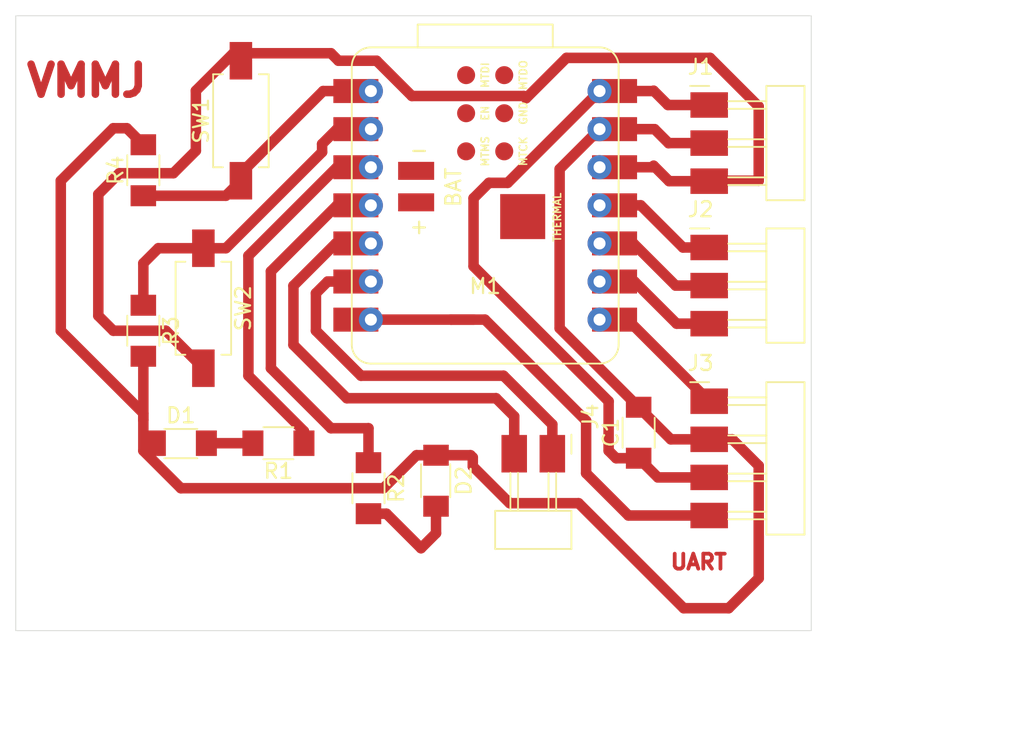
<source format=kicad_pcb>
(kicad_pcb (version 20240108) (generator "pcbnew") (generator_version "8.0")
  (layers (0 "F.Cu" signal) (31 "B.Cu" signal) (34 "B.Paste" user) (35 "F.Paste" user) (36 "B.SilkS" user "B.Silkscreen") (37 "F.SilkS" user "F.Silkscreen") (38 "B.Mask" user) (39 "F.Mask" user) (44 "Edge.Cuts" user))
  (net 0 "")
  (net 1 "Net-(D2-A)")
  (net 3 "led2")
  (net 4 "led1")
  (net 13 "btn_2")
  (net 14 "btn_1")
  (net 15 "PWR_GND")
  (net 16 "PWR_3V3")
  (net 17 "PWR_5V")
  (net 18 "TX")
  (net 19 "RX")
  (net 20 "D8")
  (net 21 "D5")
  (net 22 "D9")
  (net 23 "D10")
  (net 24 "D4")
  (net 25 "Net-(D1-A)")
  (footprint "fab:R_1206" (layer "F.Cu") (at 131 122.5 -90)
    (property "Reference" "R2" (at 0 -1.85 90) (layer "F.SilkS"))
    (property "Value" "R_1206")
    (fp_line (start 1 1.07) (end -1 1.07) (stroke (width 0.12)) (layer "F.SilkS"))
    (fp_line (start -1 -1.07) (end 1 -1.07) (stroke (width 0.12)) (layer "F.SilkS"))
    (pad "1" smd rect (at -1.7 0 270) (size 1.4 1.7) (layers "F.Cu" "F.Paste" "F.Mask") (net 3 "led2"))
    (pad "2" smd rect (at 1.7 0 270) (size 1.4 1.7) (layers "F.Cu" "F.Paste" "F.Mask") (net 1 "Net-(D2-A)"))
  )
  (footprint "fab:C_1206" (layer "F.Cu") (at 149 118.8 90)
    (property "Reference" "C1" (at 0 -1.85 -90) (layer "F.SilkS"))
    (property "Value" "C_1206")
    (fp_line (start -1 -1.07) (end 1 -1.07) (stroke (width 0.12)) (layer "F.SilkS"))
    (fp_line (start 1 1.07) (end -1 1.07) (stroke (width 0.12)) (layer "F.SilkS"))
    (pad "1" smd rect (at -1.7 0 90) (size 1.4 1.7) (layers "F.Cu" "F.Paste" "F.Mask") (net 17 "PWR_5V"))
    (pad "2" smd rect (at 1.7 0 90) (size 1.4 1.7) (layers "F.Cu" "F.Paste" "F.Mask") (net 15 "PWR_GND"))
  )
  (footprint "fab:Button_CnK_PTS636.0_6x3.5mm" (layer "F.Cu") (at 122.5 98 90)
    (property "Reference" "SW1" (at 0 -2.65 -90) (layer "F.SilkS"))
    (property "Value" "Switch_Tactile_CnK")
    (fp_line (start 3.1 -1.85) (end -3.1 -1.85) (stroke (width 0.12)) (layer "F.SilkS"))
    (fp_line (start 3.1 -1.85) (end 3.1 -1.2) (stroke (width 0.12)) (layer "F.SilkS"))
    (fp_line (start -3.1 -1.85) (end -3.1 -1.2) (stroke (width 0.12)) (layer "F.SilkS"))
    (fp_line (start -3.1 1.2) (end -3.1 1.85) (stroke (width 0.12)) (layer "F.SilkS"))
    (fp_line (start 3.1 1.85) (end 3.1 1.2) (stroke (width 0.12)) (layer "F.SilkS"))
    (fp_line (start -3.1 1.85) (end 3.1 1.85) (stroke (width 0.12)) (layer "F.SilkS"))
    (pad "1" smd rect (at -4 0 90) (size 2.5 1.5) (layers "F.Cu" "F.Paste" "F.Mask") (net 14 "btn_1"))
    (pad "2" smd rect (at 4 0 90) (size 2.5 1.5) (layers "F.Cu" "F.Paste" "F.Mask") (net 16 "PWR_3V3"))
  )
  (footprint "fab:PinHeader_1x04_P2.54mm_Horizontal_SMD" (layer "F.Cu") (at 153.7 116.7)
    (property "Reference" "J3" (at -1.524 -2.54 180) (layer "F.SilkS") (effects (justify left)))
    (property "Value" "Conn_PinHeader_1x04_P2.54mm_Horizontal_SMD")
    (fp_line (start -1.27 -1.27) (end 0 -1.27) (stroke (width 0.12)) (layer "F.SilkS"))
    (fp_line (start 3.81 -1.27) (end 6.35 -1.27) (stroke (width 0.12)) (layer "F.SilkS"))
    (fp_line (start 3.81 -0.254) (end 1.27 -0.254) (stroke (width 0.12)) (layer "F.SilkS"))
    (fp_line (start 3.81 0.254) (end 1.27 0.254) (stroke (width 0.12)) (layer "F.SilkS"))
    (fp_line (start 3.81 2.286) (end 1.27 2.286) (stroke (width 0.12)) (layer "F.SilkS"))
    (fp_line (start 3.81 2.794) (end 1.27 2.794) (stroke (width 0.12)) (layer "F.SilkS"))
    (fp_line (start 3.81 4.826) (end 1.27 4.826) (stroke (width 0.12)) (layer "F.SilkS"))
    (fp_line (start 3.81 5.334) (end 1.27 5.334) (stroke (width 0.12)) (layer "F.SilkS"))
    (fp_line (start 3.81 7.366) (end 1.27 7.366) (stroke (width 0.12)) (layer "F.SilkS"))
    (fp_line (start 3.81 7.874) (end 1.27 7.874) (stroke (width 0.12)) (layer "F.SilkS"))
    (fp_line (start 3.81 8.89) (end 3.81 -1.27) (stroke (width 0.12)) (layer "F.SilkS"))
    (fp_line (start 6.35 -1.27) (end 6.35 8.89) (stroke (width 0.12)) (layer "F.SilkS"))
    (fp_line (start 6.35 8.89) (end 3.81 8.89) (stroke (width 0.12)) (layer "F.SilkS"))
    (pad "1" smd rect (at 0 0) (size 2.5 1.7) (layers "F.Cu" "F.Paste" "F.Mask") (net 19 "RX"))
    (pad "2" smd rect (at 0 2.54) (size 2.5 1.7) (layers "F.Cu" "F.Paste" "F.Mask") (net 15 "PWR_GND"))
    (pad "3" smd rect (at 0 5.08) (size 2.5 1.7) (layers "F.Cu" "F.Paste" "F.Mask") (net 17 "PWR_5V"))
    (pad "4" smd rect (at 0 7.62) (size 2.5 1.7) (layers "F.Cu" "F.Paste" "F.Mask") (net 18 "TX"))
  )
  (footprint "fab:Button_CnK_PTS636.0_6x3.5mm" (layer "F.Cu") (at 120 110.5 -90)
    (property "Reference" "SW2" (at 0 -2.65 90) (layer "F.SilkS"))
    (property "Value" "Switch_Tactile_CnK")
    (fp_line (start -3.1 1.85) (end 3.1 1.85) (stroke (width 0.12)) (layer "F.SilkS"))
    (fp_line (start 3.1 1.85) (end 3.1 1.2) (stroke (width 0.12)) (layer "F.SilkS"))
    (fp_line (start -3.1 1.2) (end -3.1 1.85) (stroke (width 0.12)) (layer "F.SilkS"))
    (fp_line (start -3.1 -1.85) (end -3.1 -1.2) (stroke (width 0.12)) (layer "F.SilkS"))
    (fp_line (start 3.1 -1.85) (end 3.1 -1.2) (stroke (width 0.12)) (layer "F.SilkS"))
    (fp_line (start 3.1 -1.85) (end -3.1 -1.85) (stroke (width 0.12)) (layer "F.SilkS"))
    (pad "1" smd rect (at -4 0 270) (size 2.5 1.5) (layers "F.Cu" "F.Paste" "F.Mask") (net 13 "btn_2"))
    (pad "2" smd rect (at 4 0 270) (size 2.5 1.5) (layers "F.Cu" "F.Paste" "F.Mask") (net 16 "PWR_3V3"))
  )
  (footprint "fab:R_1206" (layer "F.Cu") (at 116 112 -90)
    (property "Reference" "R3" (at 0 -1.85 90) (layer "F.SilkS"))
    (property "Value" "R_1206")
    (fp_line (start 1 1.07) (end -1 1.07) (stroke (width 0.12)) (layer "F.SilkS"))
    (fp_line (start -1 -1.07) (end 1 -1.07) (stroke (width 0.12)) (layer "F.SilkS"))
    (pad "1" smd rect (at -1.7 0 270) (size 1.4 1.7) (layers "F.Cu" "F.Paste" "F.Mask") (net 13 "btn_2"))
    (pad "2" smd rect (at 1.7 0 270) (size 1.4 1.7) (layers "F.Cu" "F.Paste" "F.Mask") (net 15 "PWR_GND"))
  )
  (footprint "fab:LED_1206" (layer "F.Cu") (at 135.5 122 -90)
    (property "Reference" "D2" (at 0 -1.85 90) (layer "F.SilkS"))
    (property "Value" "LED_1206")
    (fp_line (start -1.1 1) (end 1.1 1) (stroke (width 0.12)) (layer "F.SilkS"))
    (fp_line (start -1.1 -0.95) (end 1.1 -0.95) (stroke (width 0.12)) (layer "F.SilkS"))
    (pad "1" smd rect (at -1.7 0 270) (size 1.4 1.7) (layers "F.Cu" "F.Paste" "F.Mask") (net 15 "PWR_GND"))
    (pad "2" smd rect (at 1.7 0 270) (size 1.4 1.7) (layers "F.Cu" "F.Paste" "F.Mask") (net 1 "Net-(D2-A)"))
  )
  (footprint "fab:PinHeader_1x02_P2.54mm_Horizontal_SMD" (layer "F.Cu") (at 143.25 120.2 -90)
    (property "Reference" "J4" (at -1.524 -2.54 90) (layer "F.SilkS") (effects (justify left)))
    (property "Value" "Conn_PinHeader_1x02_P2.54mm_Horizontal_SMD")
    (fp_line (start 3.81 3.81) (end 3.81 -1.27) (stroke (width 0.12)) (layer "F.SilkS"))
    (fp_line (start 6.35 3.81) (end 3.81 3.81) (stroke (width 0.12)) (layer "F.SilkS"))
    (fp_line (start 3.81 2.794) (end 1.27 2.794) (stroke (width 0.12)) (layer "F.SilkS"))
    (fp_line (start 3.81 2.286) (end 1.27 2.286) (stroke (width 0.12)) (layer "F.SilkS"))
    (fp_line (start 3.81 0.254) (end 1.27 0.254) (stroke (width 0.12)) (layer "F.SilkS"))
    (fp_line (start 3.81 -0.254) (end 1.27 -0.254) (stroke (width 0.12)) (layer "F.SilkS"))
    (fp_line (start -1.27 -1.27) (end 0 -1.27) (stroke (width 0.12)) (layer "F.SilkS"))
    (fp_line (start 3.81 -1.27) (end 6.35 -1.27) (stroke (width 0.12)) (layer "F.SilkS"))
    (fp_line (start 6.35 -1.27) (end 6.35 3.81) (stroke (width 0.12)) (layer "F.SilkS"))
    (pad "1" smd rect (at 0 0 270) (size 2.5 1.7) (layers "F.Cu" "F.Paste" "F.Mask") (net 21 "D5"))
    (pad "2" smd rect (at 0 2.54 270) (size 2.5 1.7) (layers "F.Cu" "F.Paste" "F.Mask") (net 24 "D4"))
  )
  (footprint "fab:LED_1206" (layer "F.Cu") (at 118.5 119.5)
    (property "Reference" "D1" (at 0 -1.85 0) (layer "F.SilkS"))
    (property "Value" "LED_1206")
    (fp_line (start -1.1 -0.95) (end 1.1 -0.95) (stroke (width 0.12)) (layer "F.SilkS"))
    (fp_line (start -1.1 1) (end 1.1 1) (stroke (width 0.12)) (layer "F.SilkS"))
    (pad "1" smd rect (at -1.7 0) (size 1.4 1.7) (layers "F.Cu" "F.Paste" "F.Mask") (net 15 "PWR_GND"))
    (pad "2" smd rect (at 1.7 0) (size 1.4 1.7) (layers "F.Cu" "F.Paste" "F.Mask") (net 25 "Net-(D1-A)"))
  )
  (footprint "fab:PinHeader_1x03_P2.54mm_Horizontal_SMD" (layer "F.Cu") (at 153.7 106.45)
    (property "Reference" "J2" (at -1.524 -2.54 180) (layer "F.SilkS") (effects (justify left)))
    (property "Value" "Conn_PinHeader_1x03_P2.54mm_Horizontal_SMD")
    (fp_line (start -1.27 -1.27) (end 0 -1.27) (stroke (width 0.12)) (layer "F.SilkS"))
    (fp_line (start 3.81 -1.27) (end 6.35 -1.27) (stroke (width 0.12)) (layer "F.SilkS"))
    (fp_line (start 3.81 -0.254) (end 1.27 -0.254) (stroke (width 0.12)) (layer "F.SilkS"))
    (fp_line (start 3.81 0.254) (end 1.27 0.254) (stroke (width 0.12)) (layer "F.SilkS"))
    (fp_line (start 3.81 2.286) (end 1.27 2.286) (stroke (width 0.12)) (layer "F.SilkS"))
    (fp_line (start 3.81 2.794) (end 1.27 2.794) (stroke (width 0.12)) (layer "F.SilkS"))
    (fp_line (start 3.81 4.826) (end 1.27 4.826) (stroke (width 0.12)) (layer "F.SilkS"))
    (fp_line (start 3.81 5.334) (end 1.27 5.334) (stroke (width 0.12)) (layer "F.SilkS"))
    (fp_line (start 3.81 6.35) (end 3.81 -1.27) (stroke (width 0.12)) (layer "F.SilkS"))
    (fp_line (start 6.35 -1.27) (end 6.35 6.35) (stroke (width 0.12)) (layer "F.SilkS"))
    (fp_line (start 6.35 6.35) (end 3.81 6.35) (stroke (width 0.12)) (layer "F.SilkS"))
    (pad "1" smd rect (at 0 0) (size 2.5 1.7) (layers "F.Cu" "F.Paste" "F.Mask") (net 23 "D10"))
    (pad "2" smd rect (at 0 2.54) (size 2.5 1.7) (layers "F.Cu" "F.Paste" "F.Mask") (net 22 "D9"))
    (pad "3" smd rect (at 0 5.08) (size 2.5 1.7) (layers "F.Cu" "F.Paste" "F.Mask") (net 20 "D8"))
  )
  (footprint "fab:R_1206" (layer "F.Cu") (at 125 119.5 180)
    (property "Reference" "R1" (at 0 -1.85 180) (layer "F.SilkS"))
    (property "Value" "R_1206")
    (fp_line (start 1 1.07) (end -1 1.07) (stroke (width 0.12)) (layer "F.SilkS"))
    (fp_line (start -1 -1.07) (end 1 -1.07) (stroke (width 0.12)) (layer "F.SilkS"))
    (pad "1" smd rect (at -1.7 0 180) (size 1.4 1.7) (layers "F.Cu" "F.Paste" "F.Mask") (net 4 "led1"))
    (pad "2" smd rect (at 1.7 0 180) (size 1.4 1.7) (layers "F.Cu" "F.Paste" "F.Mask") (net 25 "Net-(D1-A)"))
  )
  (footprint "fab:R_1206" (layer "F.Cu") (at 116 101.3 90)
    (property "Reference" "R4" (at 0 -1.85 -90) (layer "F.SilkS"))
    (property "Value" "R_1206")
    (fp_line (start -1 -1.07) (end 1 -1.07) (stroke (width 0.12)) (layer "F.SilkS"))
    (fp_line (start 1 1.07) (end -1 1.07) (stroke (width 0.12)) (layer "F.SilkS"))
    (pad "1" smd rect (at -1.7 0 90) (size 1.4 1.7) (layers "F.Cu" "F.Paste" "F.Mask") (net 14 "btn_1"))
    (pad "2" smd rect (at 1.7 0 90) (size 1.4 1.7) (layers "F.Cu" "F.Paste" "F.Mask") (net 15 "PWR_GND"))
  )
  (footprint "fab:SeeedStudio_XIAO_ESP32C3" (layer "F.Cu") (at 138.775 103.64)
    (property "Reference" "M1" (at 0 5.39 0) (layer "F.SilkS"))
    (property "Value" "Module_XIAO-ESP32C3")
    (fp_line (start -8.8875 9.281) (end -8.8875 -9.261) (stroke (width 0.12)) (layer "F.SilkS"))
    (fp_line (start -7.6175 -10.531) (end 7.6225 -10.531) (stroke (width 0.12)) (layer "F.SilkS"))
    (fp_line (start 7.6225 10.551) (end -7.6175 10.551) (stroke (width 0.12)) (layer "F.SilkS"))
    (fp_line (start 8.8925 -9.261) (end 8.8925 9.281) (stroke (width 0.12)) (layer "F.SilkS"))
    (fp_rect (start -4.4975 -10.531) (end 4.5025 -12.055) (stroke (width 0.12)) (fill none) (layer "F.SilkS"))
    (fp_arc (start -8.8875 -9.261) (mid -8.515526 -10.159026) (end -7.6175 -10.531) (stroke (width 0.12)) (layer "F.SilkS"))
    (fp_arc (start -7.6175 10.551) (mid -8.515526 10.179026) (end -8.8875 9.281) (stroke (width 0.12)) (layer "F.SilkS"))
    (fp_arc (start 7.6225 -10.531) (mid 8.520526 -10.159026) (end 8.8925 -9.261) (stroke (width 0.12)) (layer "F.SilkS"))
    (fp_arc (start 8.8925 9.281) (mid 8.520526 10.179026) (end 7.6225 10.551) (stroke (width 0.12)) (layer "F.SilkS"))
    (fp_text user "MTDI" (at 0 -8.68 90) (layer "F.SilkS") (effects (font (size 0.5 0.5) (thickness 0.1) (bold yes))))
    (fp_text user "MTDO" (at 2.54 -8.68 90) (layer "F.SilkS") (effects (font (size 0.5 0.5) (thickness 0.1) (bold yes))))
    (fp_text user "MTMS" (at 0 -3.6 90) (layer "F.SilkS") (effects (font (size 0.5 0.5) (thickness 0.1) (bold yes))))
    (fp_text user "+" (at -4.4 1.4 0) (layer "F.SilkS"))
    (fp_text user "-" (at -4.4 -3.7 0) (layer "F.SilkS"))
    (fp_text user "THERMAL" (at 4.8 0.8 90) (layer "F.SilkS") (effects (font (size 0.5 0.5) (thickness 0.1) (bold yes))))
    (fp_text user "MTCK" (at 2.54 -3.6 90) (layer "F.SilkS") (effects (font (size 0.5 0.5) (thickness 0.1) (bold yes))))
    (fp_text user "BAT" (at -2.7 -1.2 90) (layer "F.SilkS") (effects (justify top)))
    (fp_text user "EN" (at 0 -6.14 90) (layer "F.SilkS") (effects (font (size 0.5 0.5) (thickness 0.1) (bold yes))))
    (fp_text user "GND" (at 2.54 -6.14 90) (layer "F.SilkS") (effects (font (size 0.5 0.5) (thickness 0.1) (bold yes))))
    (pad "1" thru_hole circle (at -7.615 -7.62) (size 1.6 1.6) (drill 0.8) (layers "*.Cu" "*.Mask") (net 14 "btn_1"))
    (pad "1" smd rect (at -7.615 -7.62) (size 3 1.6) (drill (offset -1 0)) (layers "F.Cu" "F.Paste" "F.Mask") (net 14 "btn_1"))
    (pad "2" thru_hole circle (at -7.615 -5.08) (size 1.6 1.6) (drill 0.8) (layers "*.Cu" "*.Mask") (net 13 "btn_2"))
    (pad "2" smd rect (at -7.615 -5.08) (size 3 1.6) (drill (offset -1 0)) (layers "F.Cu" "F.Paste" "F.Mask") (net 13 "btn_2"))
    (pad "3" thru_hole circle (at -7.615 -2.54) (size 1.6 1.6) (drill 0.8) (layers "*.Cu" "*.Mask") (net 4 "led1"))
    (pad "3" smd rect (at -7.615 -2.54) (size 3 1.6) (drill (offset -1 0)) (layers "F.Cu" "F.Paste" "F.Mask") (net 4 "led1"))
    (pad "4" thru_hole circle (at -7.615 0) (size 1.6 1.6) (drill 0.8) (layers "*.Cu" "*.Mask") (net 3 "led2"))
    (pad "4" smd rect (at -7.615 0) (size 3 1.6) (drill (offset -1 0)) (layers "F.Cu" "F.Paste" "F.Mask") (net 3 "led2"))
    (pad "5" thru_hole circle (at -7.615 2.54) (size 1.6 1.6) (drill 0.8) (layers "*.Cu" "*.Mask") (net 24 "D4"))
    (pad "5" smd rect (at -7.615 2.54) (size 3 1.6) (drill (offset -1 0)) (layers "F.Cu" "F.Paste" "F.Mask") (net 24 "D4"))
    (pad "6" thru_hole circle (at -7.615 5.08) (size 1.6 1.6) (drill 0.8) (layers "*.Cu" "*.Mask") (net 21 "D5"))
    (pad "6" smd rect (at -7.615 5.08) (size 3 1.6) (drill (offset -1 0)) (layers "F.Cu" "F.Paste" "F.Mask") (net 21 "D5"))
    (pad "7" thru_hole circle (at -7.615 7.62) (size 1.6 1.6) (drill 0.8) (layers "*.Cu" "*.Mask") (net 18 "TX"))
    (pad "7" smd rect (at -7.615 7.62) (size 3 1.6) (drill (offset -1 0)) (layers "F.Cu" "F.Paste" "F.Mask") (net 18 "TX"))
    (pad "8" thru_hole circle (at 7.62 7.62) (size 1.6 1.6) (drill 0.8) (layers "*.Cu" "*.Mask") (net 19 "RX"))
    (pad "8" smd rect (at 7.62 7.62) (size 3 1.6) (drill (offset 1 0)) (layers "F.Cu" "F.Paste" "F.Mask") (net 19 "RX"))
    (pad "9" thru_hole circle (at 7.62 5.08) (size 1.6 1.6) (drill 0.8) (layers "*.Cu" "*.Mask") (net 20 "D8"))
    (pad "9" smd rect (at 7.62 5.08) (size 3 1.6) (drill (offset 1 0)) (layers "F.Cu" "F.Paste" "F.Mask") (net 20 "D8"))
    (pad "10" thru_hole circle (at 7.62 2.54) (size 1.6 1.6) (drill 0.8) (layers "*.Cu" "*.Mask") (net 22 "D9"))
    (pad "10" smd rect (at 7.62 2.54) (size 3 1.6) (drill (offset 1 0)) (layers "F.Cu" "F.Paste" "F.Mask") (net 22 "D9"))
    (pad "11" thru_hole circle (at 7.62 0) (size 1.6 1.6) (drill 0.8) (layers "*.Cu" "*.Mask") (net 23 "D10"))
    (pad "11" smd rect (at 7.62 0) (size 3 1.6) (drill (offset 1 0)) (layers "F.Cu" "F.Paste" "F.Mask") (net 23 "D10"))
    (pad "12" thru_hole circle (at 7.62 -2.54) (size 1.6 1.6) (drill 0.8) (layers "*.Cu" "*.Mask") (net 16 "PWR_3V3"))
    (pad "12" smd rect (at 7.62 -2.54) (size 3 1.6) (drill (offset 1 0)) (layers "F.Cu" "F.Paste" "F.Mask") (net 16 "PWR_3V3"))
    (pad "13" thru_hole circle (at 7.62 -5.08) (size 1.6 1.6) (drill 0.8) (layers "*.Cu" "*.Mask") (net 15 "PWR_GND"))
    (pad "13" smd rect (at 7.62 -5.08) (size 3 1.6) (drill (offset 1 0)) (layers "F.Cu" "F.Paste" "F.Mask") (net 15 "PWR_GND"))
    (pad "14" thru_hole circle (at 7.62 -7.62) (size 1.6 1.6) (drill 0.8) (layers "*.Cu" "*.Mask") (net 17 "PWR_5V"))
    (pad "14" smd rect (at 7.62 -7.62) (size 3 1.6) (drill (offset 1 0)) (layers "F.Cu" "F.Paste" "F.Mask") (net 17 "PWR_5V"))
    (pad "15" smd rect (at -4.6 -2.3) (size 2.4 1.2) (layers "F.Cu" "F.Paste" "F.Mask"))
    (pad "16" smd rect (at -4.6 -0.2) (size 2.4 1.2) (layers "F.Cu" "F.Paste" "F.Mask"))
    (pad "17" smd circle (at -1.27 -8.68) (size 1.2 1.2) (layers "F.Cu" "F.Paste" "F.Mask"))
    (pad "18" smd circle (at -1.27 -6.14) (size 1.2 1.2) (layers "F.Cu" "F.Paste" "F.Mask"))
    (pad "19" smd circle (at -1.27 -3.6) (size 1.2 1.2) (layers "F.Cu" "F.Paste" "F.Mask"))
    (pad "20" smd circle (at 1.27 -3.6) (size 1.2 1.2) (layers "F.Cu" "F.Paste" "F.Mask"))
    (pad "21" smd circle (at 1.27 -6.14) (size 1.2 1.2) (layers "F.Cu" "F.Paste" "F.Mask"))
    (pad "22" smd circle (at 1.27 -8.68) (size 1.2 1.2) (layers "F.Cu" "F.Paste" "F.Mask"))
    (pad "23" smd rect (at 2.5 0.75) (size 3 3) (layers "F.Cu" "F.Paste" "F.Mask"))
  )
  (footprint "fab:PinHeader_1x03_P2.54mm_Horizontal_SMD" (layer "F.Cu") (at 153.7 96.95)
    (property "Reference" "J1" (at -1.524 -2.54 180) (layer "F.SilkS") (effects (justify left)))
    (property "Value" "Conn_PinHeader_1x03_P2.54mm_Horizontal_SMD")
    (fp_line (start -1.27 -1.27) (end 0 -1.27) (stroke (width 0.12)) (layer "F.SilkS"))
    (fp_line (start 3.81 -1.27) (end 6.35 -1.27) (stroke (width 0.12)) (layer "F.SilkS"))
    (fp_line (start 3.81 -0.254) (end 1.27 -0.254) (stroke (width 0.12)) (layer "F.SilkS"))
    (fp_line (start 3.81 0.254) (end 1.27 0.254) (stroke (width 0.12)) (layer "F.SilkS"))
    (fp_line (start 3.81 2.286) (end 1.27 2.286) (stroke (width 0.12)) (layer "F.SilkS"))
    (fp_line (start 3.81 2.794) (end 1.27 2.794) (stroke (width 0.12)) (layer "F.SilkS"))
    (fp_line (start 3.81 4.826) (end 1.27 4.826) (stroke (width 0.12)) (layer "F.SilkS"))
    (fp_line (start 3.81 5.334) (end 1.27 5.334) (stroke (width 0.12)) (layer "F.SilkS"))
    (fp_line (start 3.81 6.35) (end 3.81 -1.27) (stroke (width 0.12)) (layer "F.SilkS"))
    (fp_line (start 6.35 -1.27) (end 6.35 6.35) (stroke (width 0.12)) (layer "F.SilkS"))
    (fp_line (start 6.35 6.35) (end 3.81 6.35) (stroke (width 0.12)) (layer "F.SilkS"))
    (pad "1" smd rect (at 0 0) (size 2.5 1.7) (layers "F.Cu" "F.Paste" "F.Mask") (net 17 "PWR_5V"))
    (pad "2" smd rect (at 0 2.54) (size 2.5 1.7) (layers "F.Cu" "F.Paste" "F.Mask") (net 15 "PWR_GND"))
    (pad "3" smd rect (at 0 5.08) (size 2.5 1.7) (layers "F.Cu" "F.Paste" "F.Mask") (net 16 "PWR_3V3"))
  )
  (gr_rect (start 107.5 91) (end 160.5 132) (stroke (width 0.05)) (fill none) (layer "Edge.Cuts"))
  (gr_text "VMMJ" (at 108 96.5 0) (layer "F.Cu") (effects (font (size 2 2) (thickness 0.5) (bold yes)) (justify left bottom)))
  (gr_text "UART" (at 151 128 0) (layer "F.Cu") (effects (font (size 1 1) (thickness 0.25) (bold yes)) (justify left bottom)))
  (segment (start 132.2 124.2) (end 131 124.2) (width 0.7) (layer "F.Cu") (net 1))
  (segment (start 135.5 125.5) (end 134.5 126.5) (width 0.7) (layer "F.Cu") (net 1))
  (segment (start 135.5 123.7) (end 135.5 125.5) (width 0.7) (layer "F.Cu") (net 1))
  (segment (start 134.5 126.5) (end 132.2 124.2) (width 0.7) (layer "F.Cu") (net 1))
  (segment (start 124.5 108.04) (end 124.5 114.5) (width 0.7) (layer "F.Cu") (net 3))
  (segment (start 128.9 103.64) (end 124.5 108.04) (width 0.7) (layer "F.Cu") (net 3))
  (segment (start 128.5 118.5) (end 131 118.5) (width 0.7) (layer "F.Cu") (net 3))
  (segment (start 131.16 103.64) (end 128.9 103.64) (width 0.7) (layer "F.Cu") (net 3))
  (segment (start 124.5 114.5) (end 128.5 118.5) (width 0.7) (layer "F.Cu") (net 3))
  (segment (start 131 118.5) (end 131 120.8) (width 0.7) (layer "F.Cu") (net 3))
  (segment (start 128.9 101.1) (end 131.16 101.1) (width 0.7) (layer "F.Cu") (net 4))
  (segment (start 123 107) (end 128.9 101.1) (width 0.7) (layer "F.Cu") (net 4))
  (segment (start 126.7 118.7) (end 123 115) (width 0.7) (layer "F.Cu") (net 4))
  (segment (start 126.7 119.5) (end 126.7 118.7) (width 0.7) (layer "F.Cu") (net 4))
  (segment (start 123 115) (end 123 107) (width 0.7) (layer "F.Cu") (net 4))
  (segment (start 120 106.5) (end 117 106.5) (width 0.7) (layer "F.Cu") (net 13))
  (segment (start 127.91 100.09) (end 121.5 106.5) (width 0.7) (layer "F.Cu") (net 13))
  (segment (start 116 107.5) (end 116 110.3) (width 0.7) (layer "F.Cu") (net 13))
  (segment (start 128.9 98.56) (end 127.91 99.55) (width 0.7) (layer "F.Cu") (net 13))
  (segment (start 117 106.5) (end 116 107.5) (width 0.7) (layer "F.Cu") (net 13))
  (segment (start 121.5 106.5) (end 120 106.5) (width 0.7) (layer "F.Cu") (net 13))
  (segment (start 131.16 98.56) (end 128.9 98.56) (width 0.7) (layer "F.Cu") (net 13))
  (segment (start 127.91 99.55) (end 127.91 100.09) (width 0.7) (layer "F.Cu") (net 13))
  (segment (start 122.5 102) (end 121.5 103) (width 0.7) (layer "F.Cu") (net 14))
  (segment (start 131.16 96.02) (end 127.98 96.02) (width 0.7) (layer "F.Cu") (net 14))
  (segment (start 127.98 96.02) (end 122.5 101.5) (width 0.7) (layer "F.Cu") (net 14))
  (segment (start 121.5 103) (end 116 103) (width 0.7) (layer "F.Cu") (net 14))
  (segment (start 157 128.5) (end 157 121) (width 0.7) (layer "F.Cu") (net 15))
  (segment (start 114 98.5) (end 110.5 102) (width 0.7) (layer "F.Cu") (net 15))
  (segment (start 155.24 119.24) (end 153.7 119.24) (width 0.7) (layer "F.Cu") (net 15))
  (segment (start 143.735317 111.835317) (end 143.735317 101.219683) (width 0.7) (layer "F.Cu") (net 15))
  (segment (start 134.2 120.3) (end 135.5 120.3) (width 0.7) (layer "F.Cu") (net 15))
  (segment (start 149 117.1) (end 143.735317 111.835317) (width 0.7) (layer "F.Cu") (net 15))
  (segment (start 137.8 120.3) (end 135.5 120.3) (width 0.7) (layer "F.Cu") (net 15))
  (segment (start 110.5 112) (end 116 117.5) (width 0.7) (layer "F.Cu") (net 15))
  (segment (start 118.5 122.5) (end 132 122.5) (width 0.7) (layer "F.Cu") (net 15))
  (segment (start 151.01 99.49) (end 151 99.5) (width 0.7) (layer "F.Cu") (net 15))
  (segment (start 116 120) (end 118.5 122.5) (width 0.7) (layer "F.Cu") (net 15))
  (segment (start 153.7 99.49) (end 151.01 99.49) (width 0.7) (layer "F.Cu") (net 15))
  (segment (start 137.95 120.45) (end 137.8 120.3) (width 0.7) (layer "F.Cu") (net 15))
  (segment (start 116 113.7) (end 116 117.95) (width 0.7) (layer "F.Cu") (net 15))
  (segment (start 157 121) (end 155.24 119.24) (width 0.7) (layer "F.Cu") (net 15))
  (segment (start 116 117.5) (end 116 117.95) (width 0.7) (layer "F.Cu") (net 15))
  (segment (start 140.41 123.5) (end 137.95 121.04) (width 0.7) (layer "F.Cu") (net 15))
  (segment (start 114.9 98.5) (end 116 99.6) (width 0.7) (layer "F.Cu") (net 15))
  (segment (start 150.06 98.56) (end 146.395 98.56) (width 0.7) (layer "F.Cu") (net 15))
  (segment (start 155 130.5) (end 157 128.5) (width 0.7) (layer "F.Cu") (net 15))
  (segment (start 114 98.5) (end 114.9 98.5) (width 0.7) (layer "F.Cu") (net 15))
  (segment (start 110.5 102) (end 110.5 112) (width 0.7) (layer "F.Cu") (net 15))
  (segment (start 145 123.5) (end 152 130.5) (width 0.7) (layer "F.Cu") (net 15))
  (segment (start 145 123.5) (end 140.41 123.5) (width 0.7) (layer "F.Cu") (net 15))
  (segment (start 151 99.5) (end 150.06 98.56) (width 0.7) (layer "F.Cu") (net 15))
  (segment (start 151.14 119.24) (end 153.7 119.24) (width 0.7) (layer "F.Cu") (net 15))
  (segment (start 116 117.95) (end 116 120) (width 0.7) (layer "F.Cu") (net 15))
  (segment (start 137.95 120.45) (end 137.95 121.04) (width 0.7) (layer "F.Cu") (net 15))
  (segment (start 152 130.5) (end 155 130.5) (width 0.7) (layer "F.Cu") (net 15))
  (segment (start 143.735317 101.219683) (end 146.395 98.56) (width 0.7) (layer "F.Cu") (net 15))
  (segment (start 149 117.1) (end 151.14 119.24) (width 0.7) (layer "F.Cu") (net 15))
  (segment (start 132 122.5) (end 134.2 120.3) (width 0.7) (layer "F.Cu") (net 15))
  (segment (start 119.5 96) (end 122 93.5) (width 0.7) (layer "F.Cu") (net 16))
  (segment (start 157 102) (end 154.39 102) (width 0.7) (layer "F.Cu") (net 16))
  (segment (start 141.5 96.5) (end 144.19 93.81) (width 0.7) (layer "F.Cu") (net 16))
  (segment (start 113 111) (end 113 102.9) (width 0.7) (layer "F.Cu") (net 16))
  (segment (start 114.4 101.5) (end 118 101.5) (width 0.7) (layer "F.Cu") (net 16))
  (segment (start 144.19 93.81) (end 153.76 93.81) (width 0.7) (layer "F.Cu") (net 16))
  (segment (start 114 112) (end 113 111) (width 0.7) (layer "F.Cu") (net 16))
  (segment (start 117.5 112) (end 114 112) (width 0.7) (layer "F.Cu") (net 16))
  (segment (start 122 93.5) (end 128.5 93.5) (width 0.7) (layer "F.Cu") (net 16))
  (segment (start 154.36 102.03) (end 153.7 102.03) (width 0.7) (layer "F.Cu") (net 16))
  (segment (start 113 102.9) (end 114.4 101.5) (width 0.7) (layer "F.Cu") (net 16))
  (segment (start 133.89 96.35) (end 141.35 96.35) (width 0.7) (layer "F.Cu") (net 16))
  (segment (start 129 94) (end 131.54 94) (width 0.7) (layer "F.Cu") (net 16))
  (segment (start 119.5 100) (end 119.5 96) (width 0.7) (layer "F.Cu") (net 16))
  (segment (start 153.76 93.81) (end 157 97.05) (width 0.7) (layer "F.Cu") (net 16))
  (segment (start 118 101.5) (end 119.5 100) (width 0.7) (layer "F.Cu") (net 16))
  (segment (start 141.35 96.35) (end 141.5 96.5) (width 0.7) (layer "F.Cu") (net 16))
  (segment (start 120 114.5) (end 117.5 112) (width 0.7) (layer "F.Cu") (net 16))
  (segment (start 157 97.05) (end 157 102) (width 0.7) (layer "F.Cu") (net 16))
  (segment (start 149.9 101.1) (end 146.395 101.1) (width 0.7) (layer "F.Cu") (net 16))
  (segment (start 151.03 102.03) (end 150 101) (width 0.7) (layer "F.Cu") (net 16))
  (segment (start 131.54 94) (end 133.89 96.35) (width 0.7) (layer "F.Cu") (net 16))
  (segment (start 150 101) (end 149.9 101.1) (width 0.7) (layer "F.Cu") (net 16))
  (segment (start 128.5 93.5) (end 129 94) (width 0.7) (layer "F.Cu") (net 16))
  (segment (start 154.39 102) (end 154.36 102.03) (width 0.7) (layer "F.Cu") (net 16))
  (segment (start 153.7 102.03) (end 151.03 102.03) (width 0.7) (layer "F.Cu") (net 16))
  (segment (start 153.7 121.78) (end 150.28 121.78) (width 0.7) (layer "F.Cu") (net 17))
  (segment (start 147 116.704366) (end 138 107.704366) (width 0.7) (layer "F.Cu") (net 17))
  (segment (start 138 103.165) (end 138 107.704366) (width 0.7) (layer "F.Cu") (net 17))
  (segment (start 153.7 96.95) (end 150.95 96.95) (width 0.7) (layer "F.Cu") (net 17))
  (segment (start 149 120.5) (end 147.5 120.5) (width 0.7) (layer "F.Cu") (net 17))
  (segment (start 149.98 96.02) (end 146.395 96.02) (width 0.7) (layer "F.Cu") (net 17))
  (segment (start 140.275 102.14) (end 139.025 102.14) (width 0.7) (layer "F.Cu") (net 17))
  (segment (start 150.95 96.95) (end 150 96) (width 0.7) (layer "F.Cu") (net 17))
  (segment (start 147.5 120.5) (end 147 120) (width 0.7) (layer "F.Cu") (net 17))
  (segment (start 147 120) (end 147 116.704366) (width 0.7) (layer "F.Cu") (net 17))
  (segment (start 150.28 121.78) (end 149 120.5) (width 0.7) (layer "F.Cu") (net 17))
  (segment (start 139.025 102.14) (end 138 103.165) (width 0.7) (layer "F.Cu") (net 17))
  (segment (start 150 96) (end 149.98 96.02) (width 0.7) (layer "F.Cu") (net 17))
  (segment (start 146.395 96.02) (end 140.275 102.14) (width 0.7) (layer "F.Cu") (net 17))
  (segment (start 138.76 111.26) (end 136.5 111.26) (width 0.7) (layer "F.Cu") (net 18))
  (segment (start 148.32 124.32) (end 145.5 121.5) (width 0.7) (layer "F.Cu") (net 18))
  (segment (start 138.01 111.26) (end 136.5 111.26) (width 0.7) (layer "F.Cu") (net 18))
  (segment (start 153.7 124.32) (end 148.32 124.32) (width 0.7) (layer "F.Cu") (net 18))
  (segment (start 145.5 121.5) (end 145.5 118) (width 0.7) (layer "F.Cu") (net 18))
  (segment (start 136.5 111.26) (end 131.16 111.26) (width 0.7) (layer "F.Cu") (net 18))
  (segment (start 145.5 118) (end 138.76 111.26) (width 0.7) (layer "F.Cu") (net 18))
  (segment (start 148.26 111.26) (end 153.7 116.7) (width 0.7) (layer "F.Cu") (net 19))
  (segment (start 146.395 111.26) (end 148.26 111.26) (width 0.7) (layer "F.Cu") (net 19))
  (segment (start 148.72 108.72) (end 151.53 111.53) (width 0.7) (layer "F.Cu") (net 20))
  (segment (start 151.53 111.53) (end 153.7 111.53) (width 0.7) (layer "F.Cu") (net 20))
  (segment (start 146.395 108.72) (end 148.72 108.72) (width 0.7) (layer "F.Cu") (net 20))
  (segment (start 130.5 115) (end 127.5 112) (width 0.7) (layer "F.Cu") (net 21))
  (segment (start 127.5 109.5) (end 128.28 108.72) (width 0.7) (layer "F.Cu") (net 21))
  (segment (start 130.5 115) (end 140 115) (width 0.7) (layer "F.Cu") (net 21))
  (segment (start 128.28 108.72) (end 131.16 108.72) (width 0.7) (layer "F.Cu") (net 21))
  (segment (start 143.25 118.25) (end 143.25 120.2) (width 0.7) (layer "F.Cu") (net 21))
  (segment (start 127.5 112) (end 127.5 109.5) (width 0.7) (layer "F.Cu") (net 21))
  (segment (start 140 115) (end 143.25 118.25) (width 0.7) (layer "F.Cu") (net 21))
  (segment (start 153.7 108.99) (end 151.465 108.99) (width 0.7) (layer "F.Cu") (net 22))
  (segment (start 148.655 106.18) (end 146.395 106.18) (width 0.7) (layer "F.Cu") (net 22))
  (segment (start 151.465 108.99) (end 148.655 106.18) (width 0.7) (layer "F.Cu") (net 22))
  (segment (start 151.95 106.45) (end 153.7 106.45) (width 0.7) (layer "F.Cu") (net 23))
  (segment (start 149.14 103.64) (end 151.95 106.45) (width 0.7) (layer "F.Cu") (net 23))
  (segment (start 146.395 103.64) (end 149.14 103.64) (width 0.7) (layer "F.Cu") (net 23))
  (segment (start 140.71 117.71) (end 140.71 120.2) (width 0.7) (layer "F.Cu") (net 24))
  (segment (start 129.555635 116.5) (end 139.5 116.5) (width 0.7) (layer "F.Cu") (net 24))
  (segment (start 126 112.944365) (end 129.555635 116.5) (width 0.7) (layer "F.Cu") (net 24))
  (segment (start 126 109) (end 126 112.944365) (width 0.7) (layer "F.Cu") (net 24))
  (segment (start 131.16 106.18) (end 128.82 106.18) (width 0.7) (layer "F.Cu") (net 24))
  (segment (start 128.82 106.18) (end 126 109) (width 0.7) (layer "F.Cu") (net 24))
  (segment (start 139.5 116.5) (end 140.71 117.71) (width 0.7) (layer "F.Cu") (net 24))
  (segment (start 119.9 119.5) (end 123.3 119.5) (width 0.7) (layer "F.Cu") (net 25))
)
</source>
